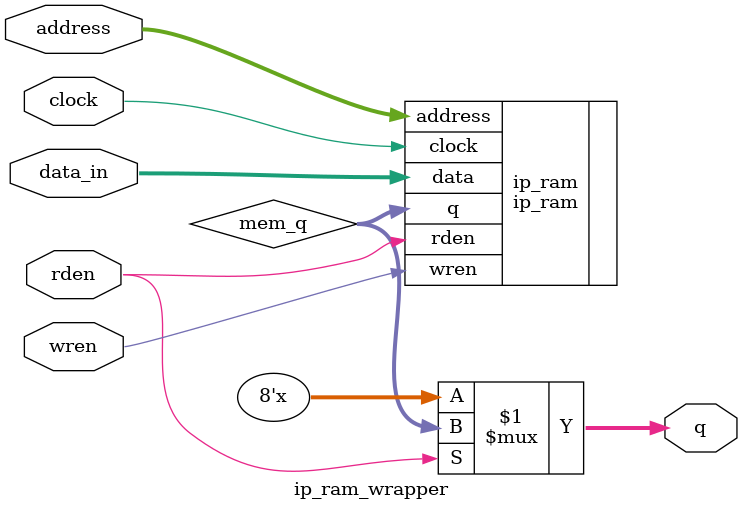
<source format=v>
module ip_ram_wrapper(address, clock, data_in, rden, wren, q);

input [8:0] address;
input	[7:0] data_in;
input clock, rden, wren;
output [7:0] q;

wire [7:0] mem_q;

ip_ram ip_ram(
	.address(address), .clock(clock),
	.data(data_in),
	.rden(rden), .wren(wren), .q(mem_q)
);

assign q = (rden) ? mem_q : 8'hzz;

endmodule
</source>
